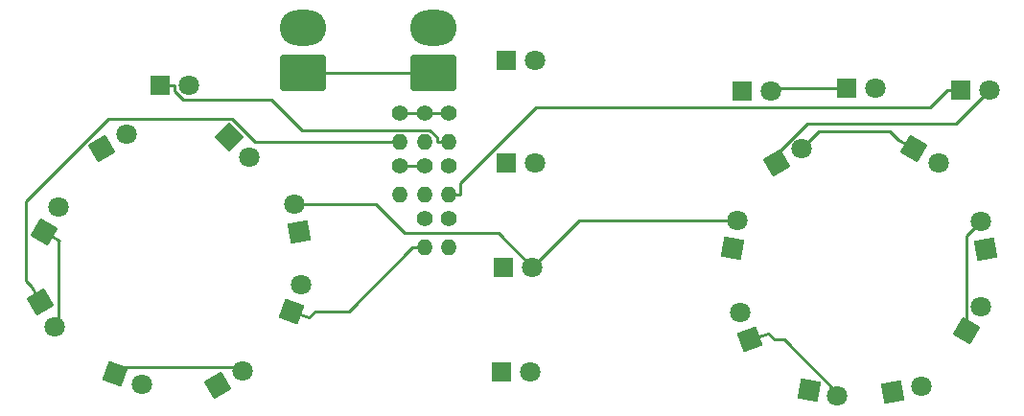
<source format=gbr>
%TF.GenerationSoftware,KiCad,Pcbnew,(6.0.7-1)-1*%
%TF.CreationDate,2023-10-30T16:23:39+10:00*%
%TF.ProjectId,HYD ISO Panel PCB V2,48594420-4953-44f2-9050-616e656c2050,rev?*%
%TF.SameCoordinates,Original*%
%TF.FileFunction,Copper,L1,Top*%
%TF.FilePolarity,Positive*%
%FSLAX46Y46*%
G04 Gerber Fmt 4.6, Leading zero omitted, Abs format (unit mm)*
G04 Created by KiCad (PCBNEW (6.0.7-1)-1) date 2023-10-30 16:23:39*
%MOMM*%
%LPD*%
G01*
G04 APERTURE LIST*
G04 Aperture macros list*
%AMRoundRect*
0 Rectangle with rounded corners*
0 $1 Rounding radius*
0 $2 $3 $4 $5 $6 $7 $8 $9 X,Y pos of 4 corners*
0 Add a 4 corners polygon primitive as box body*
4,1,4,$2,$3,$4,$5,$6,$7,$8,$9,$2,$3,0*
0 Add four circle primitives for the rounded corners*
1,1,$1+$1,$2,$3*
1,1,$1+$1,$4,$5*
1,1,$1+$1,$6,$7*
1,1,$1+$1,$8,$9*
0 Add four rect primitives between the rounded corners*
20,1,$1+$1,$2,$3,$4,$5,0*
20,1,$1+$1,$4,$5,$6,$7,0*
20,1,$1+$1,$6,$7,$8,$9,0*
20,1,$1+$1,$8,$9,$2,$3,0*%
%AMRotRect*
0 Rectangle, with rotation*
0 The origin of the aperture is its center*
0 $1 length*
0 $2 width*
0 $3 Rotation angle, in degrees counterclockwise*
0 Add horizontal line*
21,1,$1,$2,0,0,$3*%
G04 Aperture macros list end*
%TA.AperFunction,ComponentPad*%
%ADD10R,1.800000X1.800000*%
%TD*%
%TA.AperFunction,ComponentPad*%
%ADD11C,1.800000*%
%TD*%
%TA.AperFunction,ComponentPad*%
%ADD12RotRect,1.800000X1.800000X315.000000*%
%TD*%
%TA.AperFunction,ComponentPad*%
%ADD13RotRect,1.800000X1.800000X100.000000*%
%TD*%
%TA.AperFunction,ComponentPad*%
%ADD14RotRect,1.800000X1.800000X70.000000*%
%TD*%
%TA.AperFunction,ComponentPad*%
%ADD15RotRect,1.800000X1.800000X30.000000*%
%TD*%
%TA.AperFunction,ComponentPad*%
%ADD16RotRect,1.800000X1.800000X340.000000*%
%TD*%
%TA.AperFunction,ComponentPad*%
%ADD17RotRect,1.800000X1.800000X300.000000*%
%TD*%
%TA.AperFunction,ComponentPad*%
%ADD18RotRect,1.800000X1.800000X60.000000*%
%TD*%
%TA.AperFunction,ComponentPad*%
%ADD19RotRect,1.800000X1.800000X330.000000*%
%TD*%
%TA.AperFunction,ComponentPad*%
%ADD20RotRect,1.800000X1.800000X80.000000*%
%TD*%
%TA.AperFunction,ComponentPad*%
%ADD21RotRect,1.800000X1.800000X110.000000*%
%TD*%
%TA.AperFunction,ComponentPad*%
%ADD22RotRect,1.800000X1.800000X350.000000*%
%TD*%
%TA.AperFunction,ComponentPad*%
%ADD23RotRect,1.800000X1.800000X10.000000*%
%TD*%
%TA.AperFunction,ComponentPad*%
%ADD24RoundRect,0.250000X1.800000X-1.330000X1.800000X1.330000X-1.800000X1.330000X-1.800000X-1.330000X0*%
%TD*%
%TA.AperFunction,ComponentPad*%
%ADD25O,4.100000X3.160000*%
%TD*%
%TA.AperFunction,ComponentPad*%
%ADD26C,1.400000*%
%TD*%
%TA.AperFunction,ComponentPad*%
%ADD27O,1.400000X1.400000*%
%TD*%
%TA.AperFunction,Conductor*%
%ADD28C,0.250000*%
%TD*%
G04 APERTURE END LIST*
D10*
%TO.P,D1,1,K*%
%TO.N,Net-(D1-Pad1)*%
X90425000Y-68150000D03*
D11*
%TO.P,D1,2,A*%
%TO.N,Net-(D1-Pad2)*%
X92965000Y-68150000D03*
%TD*%
D12*
%TO.P,D2,1,K*%
%TO.N,Net-(D1-Pad2)*%
X96500000Y-72700000D03*
D11*
%TO.P,D2,2,A*%
%TO.N,Net-(D2-Pad2)*%
X98296051Y-74496051D03*
%TD*%
D13*
%TO.P,D3,1,K*%
%TO.N,Net-(D2-Pad2)*%
X102700000Y-81100000D03*
D11*
%TO.P,D3,2,A*%
%TO.N,/LED+12V*%
X102258934Y-78598588D03*
%TD*%
D14*
%TO.P,D4,1,K*%
%TO.N,Net-(D4-Pad1)*%
X102013900Y-88098100D03*
D11*
%TO.P,D4,2,A*%
%TO.N,Net-(D4-Pad2)*%
X102882631Y-85711281D03*
%TD*%
D15*
%TO.P,D5,1,K*%
%TO.N,Net-(D4-Pad2)*%
X95500000Y-94600000D03*
D11*
%TO.P,D5,2,A*%
%TO.N,Net-(D5-Pad2)*%
X97699705Y-93330000D03*
%TD*%
D16*
%TO.P,D6,1,K*%
%TO.N,Net-(D5-Pad2)*%
X86451900Y-93663900D03*
D11*
%TO.P,D6,2,A*%
%TO.N,/LED+12V*%
X88838719Y-94532631D03*
%TD*%
D17*
%TO.P,D7,1,K*%
%TO.N,Net-(D7-Pad1)*%
X79862500Y-87245800D03*
D11*
%TO.P,D7,2,A*%
%TO.N,Net-(D7-Pad2)*%
X81132500Y-89445505D03*
%TD*%
D18*
%TO.P,D8,1,K*%
%TO.N,Net-(D7-Pad2)*%
X80150000Y-81100000D03*
D11*
%TO.P,D8,2,A*%
%TO.N,Net-(D8-Pad2)*%
X81420000Y-78900295D03*
%TD*%
D15*
%TO.P,D9,1,K*%
%TO.N,Net-(D8-Pad2)*%
X85250000Y-73750000D03*
D11*
%TO.P,D9,2,A*%
%TO.N,/LED+12V*%
X87449705Y-72480000D03*
%TD*%
D10*
%TO.P,D10,1,K*%
%TO.N,Net-(D10-Pad1)*%
X120975000Y-65950000D03*
D11*
%TO.P,D10,2,A*%
%TO.N,Net-(D10-Pad2)*%
X123515000Y-65950000D03*
%TD*%
D10*
%TO.P,D11,1,K*%
%TO.N,Net-(D10-Pad2)*%
X121025000Y-75000000D03*
D11*
%TO.P,D11,2,A*%
%TO.N,Net-(D11-Pad2)*%
X123565000Y-75000000D03*
%TD*%
D10*
%TO.P,D12,1,K*%
%TO.N,Net-(D11-Pad2)*%
X120750000Y-84200000D03*
D11*
%TO.P,D12,2,A*%
%TO.N,/LED+12V*%
X123290000Y-84200000D03*
%TD*%
D10*
%TO.P,D13,1,K*%
%TO.N,Net-(D13-Pad1)*%
X120550000Y-93450000D03*
D11*
%TO.P,D13,2,A*%
%TO.N,Net-(D13-Pad2)*%
X123090000Y-93450000D03*
%TD*%
D10*
%TO.P,D14,1,K*%
%TO.N,Net-(D13-Pad2)*%
X141825000Y-68650000D03*
D11*
%TO.P,D14,2,A*%
%TO.N,Net-(D14-Pad2)*%
X144365000Y-68650000D03*
%TD*%
D10*
%TO.P,D15,1,K*%
%TO.N,Net-(D14-Pad2)*%
X151050000Y-68402000D03*
D11*
%TO.P,D15,2,A*%
%TO.N,/LED+12V*%
X153590000Y-68402000D03*
%TD*%
D10*
%TO.P,D16,1,K*%
%TO.N,Net-(D16-Pad1)*%
X161126000Y-68554400D03*
D11*
%TO.P,D16,2,A*%
%TO.N,Net-(D16-Pad2)*%
X163666000Y-68554400D03*
%TD*%
D15*
%TO.P,D17,1,K*%
%TO.N,Net-(D16-Pad2)*%
X144845800Y-75037500D03*
D11*
%TO.P,D17,2,A*%
%TO.N,Net-(D17-Pad2)*%
X147045505Y-73767500D03*
%TD*%
D19*
%TO.P,D18,1,K*%
%TO.N,Net-(D17-Pad2)*%
X156945800Y-73762500D03*
D11*
%TO.P,D18,2,A*%
%TO.N,/LED+12V*%
X159145505Y-75032500D03*
%TD*%
D20*
%TO.P,D24,1,K*%
%TO.N,Net-(D23-Pad2)*%
X140978600Y-82555600D03*
D11*
%TO.P,D24,2,A*%
%TO.N,/LED+12V*%
X141419666Y-80054188D03*
%TD*%
D13*
%TO.P,D19,1,K*%
%TO.N,Net-(D19-Pad1)*%
X163300000Y-82650000D03*
D11*
%TO.P,D19,2,A*%
%TO.N,Net-(D19-Pad2)*%
X162858934Y-80148588D03*
%TD*%
D21*
%TO.P,D23,1,K*%
%TO.N,Net-(D22-Pad2)*%
X142533200Y-90600000D03*
D11*
%TO.P,D23,2,A*%
%TO.N,Net-(D23-Pad2)*%
X141664469Y-88213181D03*
%TD*%
D18*
%TO.P,D20,1,K*%
%TO.N,Net-(D19-Pad2)*%
X161612500Y-89854200D03*
D11*
%TO.P,D20,2,A*%
%TO.N,Net-(D20-Pad2)*%
X162882500Y-87654495D03*
%TD*%
D22*
%TO.P,D22,1,K*%
%TO.N,Net-(D22-Pad1)*%
X147725000Y-95100000D03*
D11*
%TO.P,D22,2,A*%
%TO.N,Net-(D22-Pad2)*%
X150226412Y-95541066D03*
%TD*%
D23*
%TO.P,D21,1,K*%
%TO.N,Net-(D20-Pad2)*%
X155125000Y-95200000D03*
D11*
%TO.P,D21,2,A*%
%TO.N,/LED+12V*%
X157626412Y-94758934D03*
%TD*%
D24*
%TO.P,J1,1,Pin_1*%
%TO.N,/LED+12V*%
X103019000Y-67004000D03*
D25*
%TO.P,J1,2,Pin_2*%
%TO.N,/LED-12V*%
X103019000Y-63044000D03*
%TD*%
D24*
%TO.P,J2,1,Pin_1*%
%TO.N,/LED+12V*%
X114525000Y-67004000D03*
D25*
%TO.P,J2,2,Pin_2*%
%TO.N,/LED-12V*%
X114525000Y-63044000D03*
%TD*%
D26*
%TO.P,R1,1*%
%TO.N,/LED-12V*%
X115900000Y-70580000D03*
D27*
%TO.P,R1,2*%
%TO.N,Net-(D1-Pad1)*%
X115900000Y-73120000D03*
%TD*%
D26*
%TO.P,R5,1*%
%TO.N,/LED-12V*%
X115900000Y-79900000D03*
D27*
%TO.P,R5,2*%
%TO.N,Net-(D13-Pad1)*%
X115900000Y-82440000D03*
%TD*%
D26*
%TO.P,R6,1*%
%TO.N,/LED-12V*%
X115900000Y-75230000D03*
D27*
%TO.P,R6,2*%
%TO.N,Net-(D16-Pad1)*%
X115900000Y-77770000D03*
%TD*%
D26*
%TO.P,R2,1*%
%TO.N,/LED-12V*%
X113750000Y-79900000D03*
D27*
%TO.P,R2,2*%
%TO.N,Net-(D4-Pad1)*%
X113750000Y-82440000D03*
%TD*%
D26*
%TO.P,R3,1*%
%TO.N,/LED-12V*%
X111600000Y-70580000D03*
D27*
%TO.P,R3,2*%
%TO.N,Net-(D7-Pad1)*%
X111600000Y-73120000D03*
%TD*%
D26*
%TO.P,R8,1*%
%TO.N,/LED-12V*%
X113750000Y-75230000D03*
D27*
%TO.P,R8,2*%
%TO.N,Net-(D22-Pad1)*%
X113750000Y-77770000D03*
%TD*%
D26*
%TO.P,R4,1*%
%TO.N,/LED-12V*%
X111600000Y-75230000D03*
D27*
%TO.P,R4,2*%
%TO.N,Net-(D10-Pad1)*%
X111600000Y-77770000D03*
%TD*%
D26*
%TO.P,R7,1*%
%TO.N,/LED-12V*%
X113750000Y-70580000D03*
D27*
%TO.P,R7,2*%
%TO.N,Net-(D19-Pad1)*%
X113750000Y-73120000D03*
%TD*%
D28*
%TO.N,Net-(D1-Pad1)*%
X115900000Y-73120000D02*
X114874700Y-73120000D01*
X114234000Y-72094700D02*
X102974600Y-72094700D01*
X92416000Y-69375300D02*
X91650300Y-68609600D01*
X102974600Y-72094700D02*
X100255200Y-69375300D01*
X91650300Y-68609600D02*
X91650300Y-68150000D01*
X90425000Y-68150000D02*
X91650300Y-68150000D01*
X100255200Y-69375300D02*
X92416000Y-69375300D01*
X114874700Y-72735400D02*
X114234000Y-72094700D01*
X114874700Y-73120000D02*
X114874700Y-72735400D01*
%TO.N,Net-(D5-Pad2)*%
X86451900Y-93663900D02*
X87117500Y-92998300D01*
X97368000Y-92998300D02*
X97699700Y-93330000D01*
X87117500Y-92998300D02*
X97368000Y-92998300D01*
%TO.N,Net-(D7-Pad2)*%
X81438300Y-89139700D02*
X81132500Y-89445500D01*
X80150000Y-81100000D02*
X81495400Y-81876800D01*
X81438300Y-81933900D02*
X81438300Y-89139700D01*
X81495400Y-81876800D02*
X81438300Y-81933900D01*
%TO.N,/LED+12V*%
X127435800Y-80054200D02*
X123290000Y-84200000D01*
X141419700Y-80054200D02*
X127435800Y-80054200D01*
X103019000Y-67004000D02*
X114525000Y-67004000D01*
X112022600Y-81180000D02*
X109441200Y-78598600D01*
X123290000Y-84200000D02*
X120270000Y-81180000D01*
X109441200Y-78598600D02*
X102258900Y-78598600D01*
X120270000Y-81180000D02*
X112022600Y-81180000D01*
%TO.N,Net-(D4-Pad1)*%
X112724700Y-82440000D02*
X107066600Y-88098100D01*
X107066600Y-88098100D02*
X104155900Y-88098100D01*
X104155900Y-88098100D02*
X103584400Y-88669600D01*
X102013900Y-88098100D02*
X103584400Y-88669700D01*
X103584400Y-88669600D02*
X103584400Y-88669700D01*
X113750000Y-82440000D02*
X112724700Y-82440000D01*
%TO.N,Net-(D14-Pad2)*%
X151050000Y-68402000D02*
X144613000Y-68402000D01*
X144613000Y-68402000D02*
X144365000Y-68650000D01*
%TO.N,Net-(D7-Pad1)*%
X111600000Y-73120000D02*
X98794100Y-73120000D01*
X79862500Y-87245800D02*
X79085700Y-85900400D01*
X85876800Y-71081500D02*
X78561100Y-78397200D01*
X78561100Y-78397200D02*
X78561100Y-85375800D01*
X96755600Y-71081500D02*
X85876800Y-71081500D01*
X78561100Y-85375800D02*
X79085700Y-85900400D01*
X98794100Y-73120000D02*
X96755600Y-71081500D01*
%TO.N,Net-(D16-Pad2)*%
X147567200Y-71500400D02*
X160720000Y-71500400D01*
X144845800Y-74221800D02*
X147567200Y-71500400D01*
X144845800Y-75037500D02*
X144845800Y-74221800D01*
X160720000Y-71500400D02*
X163666000Y-68554400D01*
%TO.N,Net-(D17-Pad2)*%
X148583600Y-72229400D02*
X147045500Y-73767500D01*
X154844100Y-72229400D02*
X148583600Y-72229400D01*
X155600400Y-72985700D02*
X154844100Y-72229400D01*
X156945800Y-73762500D02*
X155600400Y-72985700D01*
%TO.N,Net-(D19-Pad2)*%
X161612500Y-89854200D02*
X161612500Y-81395000D01*
X161612500Y-81395000D02*
X162858900Y-80148600D01*
%TO.N,Net-(D22-Pad2)*%
X150226400Y-95304200D02*
X145522200Y-90600000D01*
X144675200Y-90600000D02*
X144103700Y-90028500D01*
X144103700Y-90028500D02*
X144103700Y-90028400D01*
X142533200Y-90600000D02*
X144103700Y-90028400D01*
X150226400Y-95541100D02*
X150226400Y-95304200D01*
X145522200Y-90600000D02*
X144675200Y-90600000D01*
%TO.N,Net-(D16-Pad1)*%
X116925300Y-77770000D02*
X116925300Y-76744700D01*
X116925300Y-76744700D02*
X123624200Y-70045800D01*
X161126000Y-68554400D02*
X159900700Y-68554400D01*
X115900000Y-77770000D02*
X116925300Y-77770000D01*
X123624200Y-70045800D02*
X158409300Y-70045800D01*
X158409300Y-70045800D02*
X159900700Y-68554400D01*
%TO.N,/LED-12V*%
X111600000Y-75230000D02*
X113750000Y-75230000D01*
X111600000Y-70580000D02*
X113750000Y-70580000D01*
X113750000Y-70580000D02*
X115900000Y-70580000D01*
%TD*%
M02*

</source>
